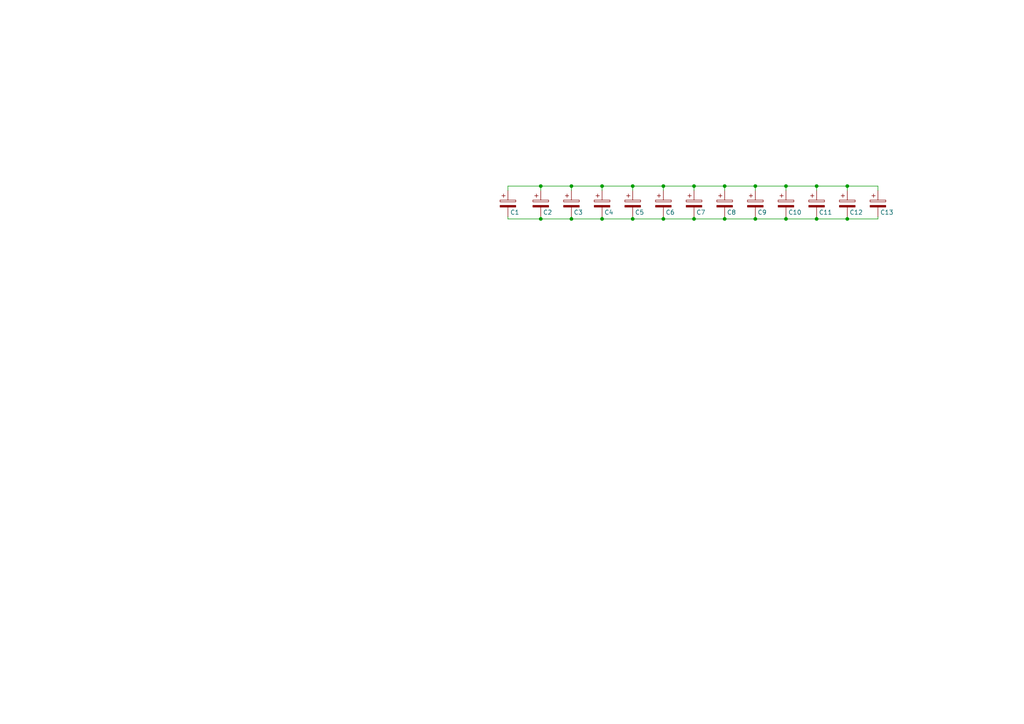
<source format=kicad_sch>
(kicad_sch (version 20231120) (generator "eeschema") (generator_version "8.0")
  (paper "A4")
  (lib_symbols
    (symbol "Device:C_Polarized" (pin_numbers hide) (pin_names (offset 0.254))
      (property "Reference" "C" (at 0.635 2.54 0))
      (property "Value" "C_Polarized" (at 0.635 -2.54 0))
      (symbol "C_Polarized_0_1"
        (rectangle (start -2.286 0.508) (end 2.286 1.016))
        (polyline (pts (xy -1.778 2.286) (xy -0.762 2.286)))
        (polyline (pts (xy -1.27 2.794) (xy -1.27 1.778)))
        (rectangle (start 2.286 -0.508) (end -2.286 -1.016) (fill (type outline)))
      )
      (symbol "C_Polarized_1_1"
        (pin passive line (at 0 3.81 270) (length 2.794) (name "~") (number "1"))
        (pin passive line (at 0 -3.81 90) (length 2.794) (name "~") (number "2"))
      )
    )
  )
  (junction (at 219.075 53.975))
  (junction (at 219.075 63.5))
  (junction (at 174.625 53.975))
  (junction (at 183.515 53.975))
  (junction (at 183.515 63.5))
  (junction (at 210.185 63.5))
  (junction (at 192.405 63.5))
  (junction (at 227.965 63.5))
  (junction (at 156.845 53.975))
  (junction (at 210.185 53.975))
  (junction (at 165.735 53.975))
  (junction (at 236.855 53.975))
  (junction (at 236.855 63.5))
  (junction (at 245.745 53.975))
  (junction (at 201.295 53.975))
  (junction (at 201.295 63.5))
  (junction (at 156.845 63.5))
  (junction (at 227.965 53.975))
  (junction (at 245.745 63.5))
  (junction (at 174.625 63.5))
  (junction (at 192.405 53.975))
  (junction (at 165.735 63.5))
  (wire (pts (xy 254.635 55.245) (xy 254.635 53.975)))
  (wire (pts (xy 227.965 62.865) (xy 227.965 63.5)))
  (wire (pts (xy 174.625 53.975) (xy 183.515 53.975)))
  (wire (pts (xy 192.405 62.865) (xy 192.405 63.5)))
  (wire (pts (xy 227.965 63.5) (xy 236.855 63.5)))
  (wire (pts (xy 254.635 62.865) (xy 254.635 63.5)))
  (wire (pts (xy 183.515 53.975) (xy 192.405 53.975)))
  (wire (pts (xy 192.405 53.975) (xy 201.295 53.975)))
  (wire (pts (xy 147.32 63.5) (xy 156.845 63.5)))
  (wire (pts (xy 183.515 62.865) (xy 183.515 63.5)))
  (wire (pts (xy 227.965 55.245) (xy 227.965 53.975)))
  (wire (pts (xy 192.405 55.245) (xy 192.405 53.975)))
  (wire (pts (xy 219.075 53.975) (xy 227.965 53.975)))
  (wire (pts (xy 201.295 55.245) (xy 201.295 53.975)))
  (wire (pts (xy 245.745 55.245) (xy 245.745 53.975)))
  (wire (pts (xy 156.845 53.975) (xy 165.735 53.975)))
  (wire (pts (xy 201.295 62.865) (xy 201.295 63.5)))
  (wire (pts (xy 147.32 53.975) (xy 156.845 53.975)))
  (wire (pts (xy 236.855 62.865) (xy 236.855 63.5)))
  (wire (pts (xy 165.735 63.5) (xy 174.625 63.5)))
  (wire (pts (xy 201.295 63.5) (xy 210.185 63.5)))
  (wire (pts (xy 227.965 53.975) (xy 236.855 53.975)))
  (wire (pts (xy 156.845 62.865) (xy 156.845 63.5)))
  (wire (pts (xy 210.185 53.975) (xy 219.075 53.975)))
  (wire (pts (xy 147.32 62.865) (xy 147.32 63.5)))
  (wire (pts (xy 201.295 53.975) (xy 210.185 53.975)))
  (wire (pts (xy 236.855 53.975) (xy 245.745 53.975)))
  (wire (pts (xy 156.845 55.245) (xy 156.845 53.975)))
  (wire (pts (xy 254.635 63.5) (xy 245.745 63.5)))
  (wire (pts (xy 219.075 62.865) (xy 219.075 63.5)))
  (wire (pts (xy 254.635 53.975) (xy 245.745 53.975)))
  (wire (pts (xy 183.515 55.245) (xy 183.515 53.975)))
  (wire (pts (xy 174.625 55.245) (xy 174.625 53.975)))
  (wire (pts (xy 183.515 63.5) (xy 192.405 63.5)))
  (wire (pts (xy 219.075 63.5) (xy 227.965 63.5)))
  (wire (pts (xy 165.735 53.975) (xy 174.625 53.975)))
  (wire (pts (xy 174.625 62.865) (xy 174.625 63.5)))
  (wire (pts (xy 174.625 63.5) (xy 183.515 63.5)))
  (wire (pts (xy 210.185 63.5) (xy 219.075 63.5)))
  (wire (pts (xy 147.32 55.245) (xy 147.32 53.975)))
  (wire (pts (xy 219.075 55.245) (xy 219.075 53.975)))
  (wire (pts (xy 192.405 63.5) (xy 201.295 63.5)))
  (wire (pts (xy 165.735 62.865) (xy 165.735 63.5)))
  (wire (pts (xy 210.185 62.865) (xy 210.185 63.5)))
  (wire (pts (xy 236.855 63.5) (xy 245.745 63.5)))
  (wire (pts (xy 156.845 63.5) (xy 165.735 63.5)))
  (wire (pts (xy 210.185 55.245) (xy 210.185 53.975)))
  (wire (pts (xy 245.745 62.865) (xy 245.745 63.5)))
  (wire (pts (xy 165.735 55.245) (xy 165.735 53.975)))
  (wire (pts (xy 236.855 55.245) (xy 236.855 53.975)))
  (symbol (lib_id "Device:C_Polarized") (at 210.185 59.055 0) (unit 1)
    (property "Reference" "C8" (at 210.82 61.595 0) (effects (justify left)))
    (property "Value" "C_Polarized" (effects (hide yes)))
    (property "Footprint" "Capacitor_THT:CP_Radial_D25.0mm_P10.00mm_SnapIn" (effects (hide yes)))
  )
  (symbol (lib_id "Device:C_Polarized") (at 236.855 59.055 0) (unit 1)
    (property "Reference" "C11" (at 237.49 61.595 0) (effects (justify left)))
    (property "Value" "C_Polarized" (effects (hide yes)))
    (property "Footprint" "Capacitor_THT:CP_Radial_D25.0mm_P10.00mm_SnapIn" (effects (hide yes)))
  )
  (symbol (lib_id "Device:C_Polarized") (at 245.745 59.055 0) (unit 1)
    (property "Reference" "C12" (at 246.38 61.595 0) (effects (justify left)))
    (property "Value" "C_Polarized" (effects (hide yes)))
    (property "Footprint" "Capacitor_THT:CP_Radial_D25.0mm_P10.00mm_SnapIn" (effects (hide yes)))
  )
  (symbol (lib_id "Device:C_Polarized") (at 183.515 59.055 0) (unit 1)
    (property "Reference" "C5" (at 184.15 61.595 0) (effects (justify left)))
    (property "Value" "C_Polarized" (effects (hide yes)))
    (property "Footprint" "Capacitor_THT:CP_Radial_D25.0mm_P10.00mm_SnapIn" (effects (hide yes)))
  )
  (symbol (lib_id "Device:C_Polarized") (at 165.735 59.055 0) (unit 1)
    (property "Reference" "C3" (at 166.37 61.595 0) (effects (justify left)))
    (property "Value" "C_Polarized" (effects (hide yes)))
    (property "Footprint" "Capacitor_THT:CP_Radial_D25.0mm_P10.00mm_SnapIn" (effects (hide yes)))
  )
  (symbol (lib_id "Device:C_Polarized") (at 174.625 59.055 0) (unit 1)
    (property "Reference" "C4" (at 175.26 61.595 0) (effects (justify left)))
    (property "Value" "C_Polarized" (effects (hide yes)))
    (property "Footprint" "Capacitor_THT:CP_Radial_D25.0mm_P10.00mm_SnapIn" (effects (hide yes)))
  )
  (symbol (lib_id "Device:C_Polarized") (at 156.845 59.055 0) (unit 1)
    (property "Reference" "C2" (at 157.48 61.595 0) (effects (justify left)))
    (property "Value" "C_Polarized" (effects (hide yes)))
    (property "Footprint" "Capacitor_THT:CP_Radial_D25.0mm_P10.00mm_SnapIn" (effects (hide yes)))
  )
  (symbol (lib_id "Device:C_Polarized") (at 227.965 59.055 0) (unit 1)
    (property "Reference" "C10" (at 228.6 61.595 0) (effects (justify left)))
    (property "Value" "C_Polarized" (effects (hide yes)))
    (property "Footprint" "Capacitor_THT:CP_Radial_D25.0mm_P10.00mm_SnapIn" (effects (hide yes)))
  )
  (symbol (lib_id "Device:C_Polarized") (at 219.075 59.055 0) (unit 1)
    (property "Reference" "C9" (at 219.71 61.595 0) (effects (justify left)))
    (property "Value" "C_Polarized" (effects (hide yes)))
    (property "Footprint" "Capacitor_THT:CP_Radial_D25.0mm_P10.00mm_SnapIn" (effects (hide yes)))
  )
  (symbol (lib_id "Device:C_Polarized") (at 254.635 59.055 0) (unit 1)
    (property "Reference" "C13" (at 255.27 61.595 0) (effects (justify left)))
    (property "Value" "C_Polarized" (effects (hide yes)))
    (property "Footprint" "Capacitor_THT:CP_Radial_D25.0mm_P10.00mm_SnapIn" (effects (hide yes)))
  )
  (symbol (lib_id "Device:C_Polarized") (at 147.32 59.055 0) (unit 1)
    (property "Reference" "C1" (at 147.955 61.595 0) (effects (justify left)))
    (property "Value" "C_Polarized" (effects (hide yes)))
    (property "Footprint" "Capacitor_THT:CP_Radial_D25.0mm_P10.00mm_SnapIn" (effects (hide yes)))
  )
  (symbol (lib_id "Device:C_Polarized") (at 201.295 59.055 0) (unit 1)
    (property "Reference" "C7" (at 201.93 61.595 0) (effects (justify left)))
    (property "Value" "C_Polarized" (effects (hide yes)))
    (property "Footprint" "Capacitor_THT:CP_Radial_D25.0mm_P10.00mm_SnapIn" (effects (hide yes)))
  )
  (symbol (lib_id "Device:C_Polarized") (at 192.405 59.055 0) (unit 1)
    (property "Reference" "C6" (at 193.04 61.595 0) (effects (justify left)))
    (property "Value" "C_Polarized" (effects (hide yes)))
    (property "Footprint" "Capacitor_THT:CP_Radial_D25.0mm_P10.00mm_SnapIn" (effects (hide yes)))
  )
)
</source>
